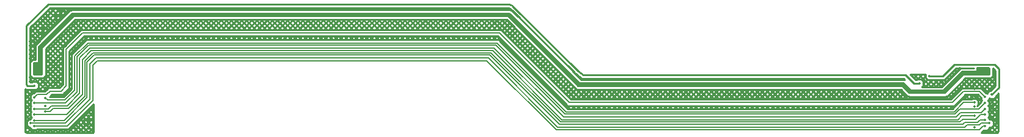
<source format=gbl>
%FSTAX23Y23*%
%MOIN*%
%SFA1B1*%

%IPPOS*%
%ADD12C,0.005900*%
%ADD15C,0.011800*%
%ADD16C,0.009800*%
%ADD18C,0.006700*%
%ADD22C,0.013800*%
%LNleft_flex-1*%
%LPD*%
G36*
X02177Y01413D02*
X03944D01*
X03984Y01374*
X04155*
X04257Y01476*
X04336*
X04338Y01478*
Y01492*
X04342Y01496*
X04409*
X04413Y01492*
Y01456*
X04409Y01452*
X04271*
X04169Y0135*
X03972*
X03933Y01389*
X02165*
X01783Y01771*
X-00582*
X-00752Y01602*
Y01456*
X-00755Y01452*
X-00803*
X-00807Y01456*
Y01519*
X-00803Y01523*
X-00783*
X-00779Y01527*
Y0161*
X-00594Y01795*
X01795*
X02177Y01413*
G37*
G54D12*
X04267Y01303D02*
X04326D01*
X04216Y01252D02*
X04267Y01303D01*
X02102Y01252D02*
X04216D01*
X04208Y01303D02*
X04269Y01364D01*
X01736Y01685D02*
X02118Y01303D01*
X04208*
X01724Y01629D02*
X02102Y01252D01*
X02094Y0124D02*
X0422D01*
X04246Y01266*
X01716Y01618D02*
X02094Y0124D01*
X02086Y01224D02*
X04228D01*
X01708Y01602D02*
X02086Y01224D01*
X04228D02*
X04252Y01248D01*
X04236Y01208D02*
X04258Y01231D01*
X017Y01586D02*
X02078Y01208D01*
X04236*
X04247Y01196D02*
X04263Y01212D01*
X0207Y01196D02*
X04247D01*
X01692Y01574D02*
X0207Y01196D01*
X02063Y01185D02*
X04263D01*
X04274Y01195*
X01685Y01563D02*
X02063Y01185D01*
X01677Y01547D02*
X02055Y01169D01*
X04275D02*
X04287Y01181D01*
X02055Y01169D02*
X04275D01*
X-00507Y01629D02*
X01724D01*
X-00503Y01618D02*
X01716D01*
X-00496Y01602D02*
X01708D01*
X-00488Y01586D02*
X017D01*
X-0048Y01574D02*
X01692D01*
X-00472Y01563D02*
X01685D01*
X-00464Y01547D02*
X01677D01*
X02047Y01153D02*
X04354D01*
X04374Y01173*
X01669Y01531D02*
X02047Y01153D01*
X-00456Y01531D02*
X01669D01*
X-00626Y01594D02*
X-00535Y01685D01*
X01736*
X-00626Y01393D02*
Y01594D01*
X-00653Y01365D02*
X-00626Y01393D01*
X-00712Y01365D02*
X-00653D01*
X-00578Y0137D02*
Y01559D01*
X-00507Y01629*
X-00631Y01317D02*
X-00578Y0137D01*
X-00566Y01555D02*
X-00503Y01618D01*
X-00551Y01547D02*
X-00496Y01602D01*
X-00535Y01539D02*
X-00488Y01586D01*
X-00523Y01531D02*
X-0048Y01574D01*
X-00511Y01523D02*
X-00472Y01563D01*
X-00496Y01515D02*
X-00464Y01547D01*
X-0048Y01507D02*
X-00456Y01531D01*
X-00566Y01362D02*
Y01555D01*
X-00551Y01354D02*
Y01547D01*
X-00535Y01346D02*
Y01539D01*
X-00523Y01338D02*
Y01531D01*
X-00511Y0133D02*
Y01523D01*
X-00496Y01322D02*
Y01515D01*
X-0048Y01315D02*
Y01507D01*
X-00628Y013D02*
X-00566Y01362D01*
X-0062Y01285D02*
X-00551Y01354D01*
X-00611Y0127D02*
X-00535Y01346D01*
X-00624Y01238D02*
X-00523Y01338D01*
X-00725Y01317D02*
X-00631D01*
X-00798Y013D02*
X-00628D01*
X-00707Y01285D02*
X-0062D01*
X-00695Y0127D02*
X-00611D01*
X-00798Y01238D02*
X-00624D01*
X-00798Y01205D02*
X-00636D01*
X-00511Y0133*
X-00628Y0119D02*
X-00496Y01322D01*
X-00818Y0119D02*
X-00628D01*
X-00799Y01175D02*
X-0062D01*
X-0048Y01315*
X04374Y01173D02*
X04385D01*
X-00798Y01332D02*
X-00784Y01346D01*
X04246Y01266D02*
X0435D01*
X04252Y01248D02*
X04364D01*
X04354Y01364D02*
X04385Y01333D01*
X04269Y01364D02*
X04354D01*
X04354Y01181D02*
X04363Y0119D01*
X04287Y01181D02*
X04354D01*
X04345Y01195D02*
X04356Y01206D01*
X04274Y01195D02*
X04345D01*
X04363Y0119D02*
X04409D01*
X04356Y01206D02*
X04385D01*
X04334Y01212D02*
X0436Y01238D01*
X04263Y01212D02*
X04334D01*
X0436Y01238D02*
X04385D01*
X04258Y01231D02*
X04326D01*
X04364Y01248D02*
X04385Y01269D01*
X0435Y01266D02*
X04385Y01301D01*
X-00732Y01346D02*
X-00712Y01365D01*
X-00784Y01346D02*
X-00732D01*
X-00738Y01329D02*
X-00725Y01317D01*
X-00723Y01269D02*
X-00707Y01285D01*
X-00712Y01253D02*
X-00695Y0127D01*
X-00798Y01269D02*
X-00723D01*
X-00739Y01253D02*
X-00712D01*
G54D15*
X04405Y01141D02*
X04418D01*
X04405Y01141D02*
X04405D01*
X04418Y01141D02*
X04418Y0114D01*
X04405Y01141D02*
X04405Y01141D01*
X04418Y0114D02*
X04427D01*
X04403Y01139D02*
X04405Y01141D01*
X04376Y01139D02*
X04403D01*
X04427Y0114D02*
X04428Y01141D01*
X04429*
G54D16*
X02181Y01438D02*
D01*
X02182Y01437*
X02183Y01436*
X02184Y01436*
X02185Y01435*
X02187Y01434*
X02188Y01434*
X02189Y01434*
X02191Y01434*
X02192Y01433*
X02193Y01433*
X04428Y0149D02*
X0444Y01478D01*
X04428Y0148D02*
X04433Y01485D01*
X04428Y01469D02*
X0444Y01457D01*
X04428Y01456D02*
Y0149D01*
X04229Y01492D02*
X04323D01*
X04427Y01451D02*
X0444Y01464D01*
X04427Y0145D02*
X04428Y01456D01*
X04424Y01445D02*
X04427Y0145D01*
X0442Y01442D02*
X04424Y01445D01*
X04415Y01438D02*
X0442Y01442D01*
X04278Y01437D02*
X04409D01*
X04415Y01438*
X04257Y01491D02*
X04323D01*
X04252Y0149D02*
X04257Y01491D01*
X04247Y01487D02*
X04252Y0149D01*
X04238Y01492D02*
X04245Y01485D01*
X04219Y01483D02*
X04231Y01471D01*
X04175Y01438D02*
X04229Y01492D01*
X04205Y01469D02*
X04217Y01457D01*
X04191Y01455D02*
X04203Y01443D01*
X0406Y01437D02*
Y01456D01*
X04052D02*
X0406Y01447D01*
X03996Y01438D02*
X04014Y01456D01*
X0444Y01395D02*
Y01478D01*
X04424Y01446D02*
X0444Y01429D01*
X04358Y01381D02*
X04414Y01438D01*
X04293Y01437D02*
X04349Y01381D01*
X04274D02*
X0433Y01437D01*
X04302Y01381D02*
X04358Y01437D01*
X04404D02*
X0444Y01402D01*
X04376Y01437D02*
X04429Y01384D01*
X04374Y0137D02*
X0444Y01436D01*
X04349Y01437D02*
X04415Y0137D01*
X0433Y01381D02*
X04385Y01437D01*
X04321D02*
X044Y01358D01*
X04142Y01389D02*
X04246Y01492D01*
X04042Y01427D02*
X0406Y01446D01*
X04149Y01389D02*
X04247Y01487D01*
X04017Y01431D02*
X04042Y01456D01*
X03996D02*
X04021Y01431D01*
X04024Y01456D02*
X04091Y01389D01*
X04178Y01441D02*
X04189Y01429D01*
X04165Y01429D02*
X04175Y01438D01*
X0418Y01339D02*
X04278Y01437D01*
X04165Y01429D02*
X04175Y01438D01*
X0406Y01437D02*
X04071Y01427D01*
X03979Y01456D02*
X0406D01*
X03983Y01452D02*
X03986Y01456D01*
X03979D02*
X04006Y01429D01*
X03573Y01433D02*
X03578Y01428D01*
X03569D02*
X03574Y01433D01*
X03597Y01428D02*
X03602Y01433D01*
X03653Y01428D02*
X03658Y01433D01*
X03628D02*
X03634Y01428D01*
X03656Y01433D02*
X03662Y01428D01*
X02193Y01433D02*
X03941D01*
X03601D02*
X03606Y01428D01*
X03625D02*
X0363Y01433D01*
X03461D02*
X03467Y01428D01*
X03458D02*
X03463Y01433D01*
X03486Y01428D02*
X03491Y01433D01*
X0343Y01428D02*
X03435Y01433D01*
X03406D02*
X03411Y01428D01*
X03434Y01433D02*
X03439Y01428D01*
X03541D02*
X03547Y01433D01*
X03517D02*
X03522Y01428D01*
X03545Y01433D02*
X0355Y01428D01*
X03489Y01433D02*
X03495Y01428D01*
X03513D02*
X03519Y01433D01*
X03848Y01428D02*
X03853Y01433D01*
X03823D02*
X03829Y01428D01*
X03851Y01433D02*
X03856Y01428D01*
X03796Y01433D02*
X03801Y01428D01*
X03792D02*
X03797Y01433D01*
X0382Y01428D02*
X03825Y01433D01*
X03935D02*
X0394Y01428D01*
X03931D02*
X03936Y01433D01*
X03941D02*
X03947Y01428D01*
X03879Y01433D02*
X03884Y01428D01*
X03875D02*
X03881Y01433D01*
X03903Y01428D02*
X03909Y01433D01*
X03684D02*
X03689Y01428D01*
X03681D02*
X03686Y01433D01*
X03708Y01428D02*
X03714Y01433D01*
X03378D02*
X03383Y01428D01*
X03291D02*
X03296Y01433D01*
X03402Y01428D02*
X03407Y01433D01*
X03764Y01428D02*
X03769Y01433D01*
X0374D02*
X03745Y01428D01*
X03768Y01433D02*
X03773Y01428D01*
X03712Y01433D02*
X03717Y01428D01*
X03736D02*
X03741Y01433D01*
X04271Y01431D02*
X04321Y01381D01*
X0426D02*
X04278D01*
X04413Y01368D02*
X0444Y01395D01*
X04257Y01417D02*
X04293Y01381D01*
X04243Y01403D02*
X04265Y01381D01*
X04251Y01373D02*
X0426Y01381D01*
X04363D02*
X04372Y01373D01*
X04346Y01381D02*
X04363D01*
X04372Y01373*
X04278Y01381D02*
X04346D01*
X0426D02*
X04278D01*
X04346D02*
X04363D01*
X04145Y01429D02*
X04165D01*
X04134D02*
X04162Y01402D01*
X04114Y01389D02*
X04154Y01429D01*
X04095D02*
X04145D01*
X04087Y01389D02*
X04126Y01429D01*
X04107D02*
X04146Y01389D01*
X04251Y01373D02*
X0426Y01381D01*
X04162Y01429D02*
X04175Y01415D01*
X0423Y01389D02*
X04249Y0137D01*
X04145Y01429D02*
X04165D01*
X04081Y01427D02*
X04119Y01389D01*
X04399Y01357D02*
X0441Y01368D01*
X04396Y01355D02*
X04399Y01352D01*
Y01357*
X04388Y01357D02*
X0444Y01408D01*
X04372Y01373D02*
X0439Y01355D01*
X04396*
X04443Y01338D02*
X04458Y01354D01*
X04445Y01341D02*
X04458Y01327D01*
X04432Y01324D02*
X04443Y01335D01*
X0441Y01324D02*
X04432D01*
X04407Y01327D02*
X0441Y01324D01*
X04407Y01322D02*
Y01327D01*
X04346Y01346D02*
X04363Y01328D01*
X04278Y01346D02*
X04346D01*
X04301D02*
X04322Y01325D01*
X04216Y01375D02*
X04235Y01356D01*
X04202Y01361D02*
X04221Y01342D01*
X04188Y01347D02*
X04207Y01328D01*
X04329Y01325D02*
X04348Y01344D01*
X04315Y01325D02*
X04337D01*
X04363Y01322D02*
Y01328D01*
X04175Y01336D02*
X0418Y01339D01*
X04169Y01335D02*
X04175Y01336D01*
X0335Y01433D02*
X03355Y01428D01*
X03346D02*
X03352Y01433D01*
X03374Y01428D02*
X0338Y01433D01*
X03319Y01428D02*
X03324Y01433D01*
X03294D02*
X033Y01428D01*
X03322Y01433D02*
X03328Y01428D01*
X04071Y01427D02*
X04093D01*
X04016Y01431D02*
X04038D01*
X04049Y0142*
X04006Y01429D02*
X04014D01*
X02183Y01428D02*
X03944D01*
X03907Y01433D02*
X03912Y01428D01*
X03183Y01433D02*
X03188Y01428D01*
X03179D02*
X03185Y01433D01*
X03207Y01428D02*
X03213Y01433D01*
X03152Y01428D02*
X03157Y01433D01*
X03127D02*
X03133Y01428D01*
X03155Y01433D02*
X03161Y01428D01*
X03263D02*
X03268Y01433D01*
X03239D02*
X03244Y01428D01*
X03267Y01433D02*
X03272Y01428D01*
X03211Y01433D02*
X03216Y01428D01*
X03235D02*
X0324Y01433D01*
X04049Y01403D02*
X04063Y01389D01*
X04049Y01398D02*
Y0142D01*
X04059Y01389D02*
X04098Y01429D01*
X04049Y01407D02*
X0407Y01428D01*
X0404Y01389D02*
X04049Y01398D01*
X0404Y01389D02*
X04149D01*
X03966Y01336D02*
X03972Y01335D01*
X03961Y01339D02*
X03964Y01337D01*
X03972Y01335D02*
X04169D01*
X03926Y01374D02*
X03961Y01339D01*
X02165Y01374D02*
X03926D01*
X03242D02*
X03296Y01321D01*
X03155D02*
X03209Y01374D01*
X03131D02*
X03185Y01321D01*
X03159Y01374D02*
X03212Y01321D01*
X03103Y01374D02*
X03157Y01321D01*
X031D02*
X03153Y01374D01*
X03128Y01321D02*
X03181Y01374D01*
X03215D02*
X03268Y01321D01*
X03211D02*
X03265Y01374D01*
X03239Y01321D02*
X03292Y01374D01*
X03183Y01321D02*
X03237Y01374D01*
X03187D02*
X0324Y01321D01*
X01875Y01572D02*
X01918Y01615D01*
X01861Y01586D02*
X01904Y01628D01*
X01889Y01558D02*
X01932Y01601D01*
X01834Y01614D02*
X01876Y01656D01*
X0182Y01627D02*
X01863Y0167D01*
X01848Y016D02*
X0189Y01642D01*
X01917Y0153D02*
X0196Y01573D01*
X01903Y01544D02*
X01946Y01587D01*
X01931Y01516D02*
X01974Y01559D01*
X01856Y01524D02*
X01863Y01531D01*
X01842Y01538D02*
X01849Y01545D01*
X0187Y0151D02*
X01876Y01517D01*
X01801Y01809D02*
X01806Y01806D01*
X01795Y0181D02*
X01801Y01809D01*
X01792Y01655D02*
X01835Y01698D01*
X01788Y01822D02*
X01795Y01817D01*
X0178Y0181D02*
X0179Y01821D01*
X01778Y01669D02*
X01821Y01712D01*
X01806Y01641D02*
X01849Y01684D01*
X01814Y01566D02*
X01821Y01573D01*
X01828Y01552D02*
X01835Y01559D01*
X01786Y01594D02*
X01793Y01601D01*
X018Y0158D02*
X01807Y01587D01*
X02154Y0146D02*
X02173Y01444D01*
X02148Y01465D02*
X02154Y0146D01*
X02158Y01457D02*
X02186Y01428D01*
X01806Y01806D02*
X02183Y01428D01*
X01795Y01817D02*
X02146Y01466D01*
X02029Y01419D02*
X02071Y01461D01*
X02173Y01443D02*
X02183Y01433D01*
X0218Y01431D02*
X02183Y01434D01*
X02173Y01444D02*
X02181Y01438D01*
X02166Y01445D02*
X02169Y01448D01*
X02042Y01405D02*
X02085Y01447D01*
X01973Y01474D02*
X02016Y01517D01*
X01959Y01488D02*
X02002Y01531D01*
X01987Y0146D02*
X0203Y01503D01*
X01945Y01502D02*
X01988Y01545D01*
X01884Y01497D02*
X0189Y01503D01*
X01898Y01483D02*
X01904Y01489D01*
X02001Y01446D02*
X02043Y01489D01*
X01939Y01441D02*
X01946Y01448D01*
X02015Y01433D02*
X02057Y01475D01*
X01912Y01469D02*
X01918Y01475D01*
X01925Y01455D02*
X01932Y01461D01*
X01752Y0181D02*
X01764Y01822D01*
X01736D02*
X01749Y0181D01*
X01764Y01822D02*
X01776Y0181D01*
X01709Y01822D02*
X01721Y0181D01*
X01696D02*
X01708Y01822D01*
X01724Y0181D02*
X01736Y01822D01*
X01727Y01702D02*
X01745D01*
X01727D02*
X01745D01*
X01728D02*
X01779Y01754D01*
X01663Y01756D02*
X01717Y01702D01*
X01644D02*
X01698Y01756D01*
X01672Y01702D02*
X01726Y01756D01*
X01653Y01822D02*
X01665Y0181D01*
X0164D02*
X01653Y01822D01*
X01668Y0181D02*
X0168Y01822D01*
X01613Y0181D02*
X01625Y01822D01*
X01597D02*
X01609Y0181D01*
X01625Y01822D02*
X01637Y0181D01*
X01681Y01822D02*
X01693Y0181D01*
X01616Y01702D02*
X0167Y01756D01*
X01636D02*
X01689Y01702D01*
X01589D02*
X01642Y01756D01*
X01608D02*
X01661Y01702D01*
X01764Y01683D02*
X01807Y01726D01*
X0175Y01697D02*
X01793Y0174D01*
X01777Y01756D02*
X02154Y01379D01*
X01745Y01702D02*
X01754Y01694D01*
X017Y01702D02*
X01753Y01756D01*
X01745Y01702D02*
X01754Y01694D01*
X01758Y01622D02*
X01765Y01628D01*
X01745Y01636D02*
X01751Y01642D01*
X01772Y01608D02*
X01779Y01615D01*
X01733Y01647D02*
X01742Y01638D01*
X01728Y01647D02*
X01737Y01656D01*
X01733Y01647D02*
X01742Y01638D01*
X01645Y01647D02*
X01664Y01667D01*
X01641D02*
X01661Y01647D01*
X01669Y01667D02*
X01689Y01647D01*
X01614Y01667D02*
X01633Y01647D01*
X01589D02*
X01608Y01667D01*
X01617Y01647D02*
X01636Y01667D01*
X01715Y01647D02*
X01733D01*
X017D02*
X0172Y01667D01*
X01715Y01647D02*
X01733D01*
X01673D02*
X01692Y01667D01*
X01697D02*
X01716Y01647D01*
X02818Y01428D02*
X02823Y01433D01*
X02793D02*
X02799Y01428D01*
X02821Y01433D02*
X02826Y01428D01*
X02765Y01433D02*
X02771Y01428D01*
X02762D02*
X02767Y01433D01*
X0279Y01428D02*
X02795Y01433D01*
X02901Y01428D02*
X02906Y01433D01*
X02877D02*
X02882Y01428D01*
X0296Y01433D02*
X02966Y01428D01*
X02849Y01433D02*
X02854Y01428D01*
X02845D02*
X02851Y01433D01*
X02873Y01428D02*
X02878Y01433D01*
X02654D02*
X02659Y01428D01*
X0265D02*
X02656Y01433D01*
X02678Y01428D02*
X02684Y01433D01*
X02623Y01428D02*
X02628Y01433D01*
X02598D02*
X02604Y01428D01*
X02626Y01433D02*
X02632Y01428D01*
X02734D02*
X02739Y01433D01*
X0271D02*
X02715Y01428D01*
X02738Y01433D02*
X02743Y01428D01*
X02682Y01433D02*
X02687Y01428D01*
X02706D02*
X02711Y01433D01*
X031D02*
X03105Y01428D01*
X03096D02*
X03101Y01433D01*
X03124Y01428D02*
X03129Y01433D01*
X03068Y01428D02*
X03073Y01433D01*
X03044D02*
X03049Y01428D01*
X03072Y01433D02*
X03077Y01428D01*
X03072Y01321D02*
X03125Y01374D01*
X03048D02*
X03101Y01321D01*
X03075Y01374D02*
X03129Y01321D01*
X0302Y01374D02*
X03073Y01321D01*
X03016D02*
X0307Y01374D01*
X03044Y01321D02*
X03098Y01374D01*
X02985Y01428D02*
X0299Y01433D01*
X02957Y01428D02*
X02962Y01433D01*
X02988D02*
X02993Y01428D01*
X02929D02*
X02934Y01433D01*
X02905D02*
X0291Y01428D01*
X02933Y01433D02*
X02938Y01428D01*
X03016Y01433D02*
X03021Y01428D01*
X03012D02*
X03018Y01433D01*
X0304Y01428D02*
X03046Y01433D01*
X02825Y01374D02*
X02878Y01321D01*
X02992Y01374D02*
X03045Y01321D01*
X02487Y01433D02*
X02492Y01428D01*
X02483D02*
X02489Y01433D01*
X02511Y01428D02*
X02517Y01433D01*
X02456Y01428D02*
X02461Y01433D01*
X02431D02*
X02437Y01428D01*
X02459Y01433D02*
X02465Y01428D01*
X02571Y01433D02*
X02576Y01428D01*
X02567D02*
X02572Y01433D01*
X02595Y01428D02*
X026Y01433D01*
X02539Y01428D02*
X02544Y01433D01*
X02515D02*
X0252Y01428D01*
X02543Y01433D02*
X02548Y01428D01*
X02237Y01433D02*
X02242Y01428D01*
X02233D02*
X02238Y01433D01*
X02261Y01428D02*
X02266Y01433D01*
X02205Y01428D02*
X0221Y01433D01*
X02183D02*
X02193D01*
X02209D02*
X02214Y01428D01*
X02404Y01433D02*
X02409Y01428D01*
X024D02*
X02405Y01433D01*
X02428Y01428D02*
X02433Y01433D01*
X02264D02*
X0227Y01428D01*
X02376Y01433D02*
X02381Y01428D01*
X02344D02*
X0235Y01433D01*
X0232D02*
X02325Y01428D01*
X02348Y01433D02*
X02353Y01428D01*
X02292Y01433D02*
X02298Y01428D01*
X02289D02*
X02294Y01433D01*
X02316Y01428D02*
X02322Y01433D01*
X02372Y01428D02*
X02377Y01433D01*
X02154Y01379D02*
X02159Y01375D01*
X02165Y01374*
X02112Y01335D02*
X02155Y01378D01*
X02098Y01349D02*
X02141Y01392D01*
X02126Y01321D02*
X02179Y01374D01*
X0207Y01377D02*
X02113Y0142D01*
X02056Y01391D02*
X02099Y01434D01*
X02084Y01363D02*
X02127Y01406D01*
X01967Y01413D02*
X01974Y0142D01*
X01953Y01427D02*
X0196Y01434D01*
X01981Y01399D02*
X01988Y01406D01*
X02037Y01343D02*
X02043Y0135D01*
X02023Y01357D02*
X0203Y01364D01*
X02051Y0133D02*
X02057Y01336D01*
X01995Y01385D02*
X02002Y01392D01*
X02009Y01371D02*
X02016Y01378D01*
X04297Y01321D02*
X04322Y01346D01*
X04311Y01321D02*
X04315Y01325D01*
X04347Y01315D02*
X04362Y0133D01*
X04185Y01321D02*
X04302Y01437D01*
X04269Y01321D02*
X04294Y01346D01*
X04276Y01343D02*
X04298Y01321D01*
X04402Y01317D02*
X04407Y01322D01*
X04363D02*
X04369Y01317D01*
X04403Y01316D02*
X04412Y01324D01*
X04276Y01321D02*
X04311D01*
X04258D02*
X04276D01*
X04337Y01325D02*
X04348Y01314D01*
X04172Y01335D02*
X04187Y01321D01*
X04158D02*
X04172Y01335D01*
X04199Y01321D02*
X04251Y01373D01*
X04089Y01335D02*
X04103Y01321D01*
X04074D02*
X04088Y01335D01*
X04102Y01321D02*
X04116Y01335D01*
X04258Y01321D02*
X04276D01*
X04145Y01335D02*
X04159Y01321D01*
X04262Y01329D02*
X0427Y01321D01*
X04117Y01335D02*
X04131Y01321D01*
X0413D02*
X04144Y01335D01*
X04407Y01292D02*
X04458Y01343D01*
X04433Y01325D02*
X04458Y013D01*
X04458Y01143D02*
X04458Y01354D01*
X04402Y01317D02*
X04407Y01312D01*
X04329Y01346D02*
X04364Y01311D01*
X04407Y01323D02*
X04458Y01272D01*
X04407Y01264D02*
X04458Y01315D01*
X04407Y0129D02*
Y01312D01*
Y01295D02*
X04458Y01244D01*
X04364Y01312D02*
X04369Y01317D01*
X04364Y01306D02*
Y01312D01*
X04341Y01284D02*
X04364Y01306D01*
X04249Y01312D02*
X04258Y01321D01*
X04249Y01312D02*
X04258Y01321D01*
X04348Y01292D02*
Y01314D01*
X04226Y01294D02*
X04278Y01346D01*
X04248Y01315D02*
X0425Y01313D01*
X04207Y01269D02*
X04249Y01312D01*
X04348Y01298D02*
X04352Y01294D01*
X04234Y01301D02*
X04236Y01299D01*
X0434Y01284D02*
X04348Y01292D01*
X04217Y01285D02*
X04226Y01294D01*
X04217Y01285D02*
X04226Y01294D01*
X03632Y01374D02*
X03686Y01321D01*
X03629D02*
X03682Y01374D01*
X03656Y01321D02*
X0371Y01374D01*
X03601Y01321D02*
X03654Y01374D01*
X03576D02*
X0363Y01321D01*
X03604Y01374D02*
X03658Y01321D01*
X03712D02*
X03766Y01374D01*
X03688D02*
X03741Y01321D01*
X03716Y01374D02*
X03769Y01321D01*
X02127D02*
X04199D01*
X0366Y01374D02*
X03714Y01321D01*
X03684D02*
X03738Y01374D01*
X03489Y01321D02*
X03543Y01374D01*
X03465D02*
X03519Y01321D01*
X03493Y01374D02*
X03546Y01321D01*
X03437Y01374D02*
X03491Y01321D01*
X03434D02*
X03487Y01374D01*
X03462Y01321D02*
X03515Y01374D01*
X03549D02*
X03602Y01321D01*
X03545D02*
X03599Y01374D01*
X03573Y01321D02*
X03626Y01374D01*
X03517Y01321D02*
X03571Y01374D01*
X03521D02*
X03574Y01321D01*
X03963D02*
X03977Y01335D01*
X03935Y01321D02*
X03957Y01343D01*
X03978Y01335D02*
X03992Y01321D01*
X03907D02*
X03943Y01357D01*
X03883Y01374D02*
X03936Y01321D01*
X03911Y01374D02*
X03964Y01321D01*
X04046D02*
X0406Y01335D01*
X04033D02*
X04048Y01321D01*
X04061Y01335D02*
X04075Y01321D01*
X04006Y01335D02*
X0402Y01321D01*
X03991D02*
X04005Y01335D01*
X04018Y01321D02*
X04033Y01335D01*
X03796Y01321D02*
X03849Y01374D01*
X03771D02*
X03825Y01321D01*
X03799Y01374D02*
X03853Y01321D01*
X03744Y01374D02*
X03797Y01321D01*
X0374D02*
X03794Y01374D01*
X03768Y01321D02*
X03821Y01374D01*
X03855D02*
X03908Y01321D01*
X03851D02*
X03905Y01374D01*
X03879Y01321D02*
X0393Y01371D01*
X03823Y01321D02*
X03877Y01374D01*
X03827D02*
X03881Y01321D01*
X04407Y01236D02*
X04458Y01287D01*
X04407Y01258D02*
Y0128D01*
Y01267D02*
X04458Y01216D01*
X04402Y01285D02*
X04407Y0129D01*
X0422Y01288D02*
X04223Y01285D01*
X04402Y01285D02*
X04407Y0128D01*
X04402Y01222D02*
X04407Y01217D01*
Y01227D02*
Y01249D01*
Y01211D02*
Y01217D01*
X04402Y01253D02*
X04407Y01249D01*
X04402Y01253D02*
X04407Y01258D01*
X04402Y01222D02*
X04407Y01227D01*
X04139Y01285D02*
X04154Y01269D01*
X04134D02*
X0415Y01285D01*
X04162Y01269D02*
X04177Y01285D01*
X04106Y01269D02*
X04122Y01285D01*
X04083D02*
X04099Y01269D01*
X04111Y01285D02*
X04127Y01269D01*
X04199Y01285D02*
X04217D01*
X04199D02*
X04217D01*
X04195D02*
X04209Y01271D01*
X04167Y01285D02*
X04182Y01269D01*
X0419D02*
X04205Y01285D01*
X04429Y01202D02*
X04458Y01232D01*
X0442Y01211D02*
X04431Y012D01*
Y01179D02*
Y012D01*
X0441Y01211D02*
X04458Y01259D01*
X04407Y01239D02*
X04458Y01188D01*
X04392Y01138D02*
X04458Y01204D01*
X04431Y01188D02*
X04458Y0116D01*
X04422Y01169D02*
X04453Y01138D01*
X04448D02*
X04458Y01148D01*
X04365Y01138D02*
X04453D01*
X0442Y01168D02*
X04431Y01179D01*
X0442Y01138D02*
X04458Y01176D01*
X04407Y01168D02*
X0442D01*
X04407Y01211D02*
X0442D01*
X04407Y01162D02*
Y01168D01*
X04396Y01151D02*
X04407Y01162D01*
X04372Y01144D02*
X04379Y01151D01*
X04404Y01159D02*
X04425Y01138D01*
X04379Y01151D02*
X04396D01*
X04367Y0114D02*
X0437Y01138D01*
X04384Y01151D02*
X04398Y01138D01*
X04365D02*
X04372Y01144D01*
X04365Y01138D02*
X04372Y01144D01*
X03689Y01269D02*
X03704Y01285D01*
X03666D02*
X03681Y01269D01*
X03694Y01285D02*
X03709Y01269D01*
X03638Y01285D02*
X03653Y01269D01*
X03633D02*
X03649Y01285D01*
X03661Y01269D02*
X03676Y01285D01*
X03744Y01269D02*
X0376Y01285D01*
X03721D02*
X03737Y01269D01*
X03749Y01285D02*
X03765Y01269D01*
X02111D02*
X04207D01*
X02127Y01285D02*
X04199D01*
X03717Y01269D02*
X03732Y01285D01*
X03527D02*
X03542Y01269D01*
X03522D02*
X03537Y01285D01*
X0355Y01269D02*
X03565Y01285D01*
X03494Y01269D02*
X03509Y01285D01*
X03471D02*
X03486Y01269D01*
X03499Y01285D02*
X03514Y01269D01*
X03605D02*
X03621Y01285D01*
X03582D02*
X03598Y01269D01*
X0361Y01285D02*
X03626Y01269D01*
X03554Y01285D02*
X0357Y01269D01*
X03577D02*
X03593Y01285D01*
X03972D02*
X03987Y01269D01*
X03967D02*
X03983Y01285D01*
X03995Y01269D02*
X0401Y01285D01*
X03939Y01269D02*
X03955Y01285D01*
X03916D02*
X03932Y01269D01*
X03944Y01285D02*
X0396Y01269D01*
X04055Y01285D02*
X04071Y01269D01*
X04051D02*
X04066Y01285D01*
X04079Y01269D02*
X04094Y01285D01*
X04023Y01269D02*
X04038Y01285D01*
X04D02*
X04015Y01269D01*
X04028Y01285D02*
X04043Y01269D01*
X03828D02*
X03843Y01285D01*
X03805D02*
X0382Y01269D01*
X03833Y01285D02*
X03848Y01269D01*
X03777Y01285D02*
X03793Y01269D01*
X03772D02*
X03788Y01285D01*
X038Y01269D02*
X03816Y01285D01*
X03888D02*
X03904Y01269D01*
X03884D02*
X03899Y01285D01*
X03912Y01269D02*
X03927Y01285D01*
X03856Y01269D02*
X03871Y01285D01*
X03861D02*
X03876Y01269D01*
X02797Y01374D02*
X02851Y01321D01*
X02793D02*
X02847Y01374D01*
X02821Y01321D02*
X02875Y01374D01*
X02766Y01321D02*
X02819Y01374D01*
X02741D02*
X02795Y01321D01*
X02769Y01374D02*
X02823Y01321D01*
X03406D02*
X03459Y01374D01*
X03382D02*
X03435Y01321D01*
X03409Y01374D02*
X03463Y01321D01*
X03354Y01374D02*
X03407Y01321D01*
X0335D02*
X03404Y01374D01*
X03378Y01321D02*
X03432Y01374D01*
X02654Y01321D02*
X02708Y01374D01*
X0263D02*
X02683Y01321D01*
X02658Y01374D02*
X02711Y01321D01*
X02602Y01374D02*
X02656Y01321D01*
X02599D02*
X02652Y01374D01*
X02626Y01321D02*
X0268Y01374D01*
X02713D02*
X02767Y01321D01*
X0271D02*
X02763Y01374D01*
X02738Y01321D02*
X02791Y01374D01*
X02682Y01321D02*
X02736Y01374D01*
X02686D02*
X02739Y01321D01*
X02964Y01374D02*
X03018Y01321D01*
X0296D02*
X03014Y01374D01*
X02988Y01321D02*
X03042Y01374D01*
X02933Y01321D02*
X02986Y01374D01*
X02908D02*
X02962Y01321D01*
X02936Y01374D02*
X0299Y01321D01*
X03322D02*
X03376Y01374D01*
X03298D02*
X03352Y01321D01*
X03326Y01374D02*
X03379Y01321D01*
X0327Y01374D02*
X03324Y01321D01*
X03267D02*
X0332Y01374D01*
X03295Y01321D02*
X03348Y01374D01*
X0288D02*
X02934Y01321D01*
X02877D02*
X02931Y01374D01*
X02905Y01321D02*
X02958Y01374D01*
X02853D02*
X02906Y01321D01*
X02849D02*
X02903Y01374D01*
X02603Y01269D02*
X02619Y01285D01*
X02659Y01269D02*
X02674Y01285D01*
X02636D02*
X02651Y01269D01*
X02664Y01285D02*
X02679Y01269D01*
X02608Y01285D02*
X02623Y01269D01*
X02631D02*
X02646Y01285D01*
X02487Y01321D02*
X02541Y01374D01*
X02292Y01321D02*
X02346Y01374D01*
X02491D02*
X02544Y01321D01*
X02265D02*
X02318Y01374D01*
X0224D02*
X02294Y01321D01*
X02268Y01374D02*
X02322Y01321D01*
X02571D02*
X02624Y01374D01*
X02546D02*
X026Y01321D01*
X02574Y01374D02*
X02628Y01321D01*
X02519Y01374D02*
X02572Y01321D01*
X02515D02*
X02569Y01374D01*
X02543Y01321D02*
X02596Y01374D01*
X01775Y01756D02*
X0221Y01321D01*
X01754Y01694D02*
X02127Y01321D01*
X02153D02*
X02207Y01374D01*
X01719Y01756D02*
X02155Y01321D01*
X01691Y01756D02*
X02127Y01321D01*
X01747Y01756D02*
X02182Y01321D01*
X02212Y01374D02*
X02266Y01321D01*
X02209D02*
X02262Y01374D01*
X02237Y01321D02*
X0229Y01374D01*
X02181Y01321D02*
X02235Y01374D01*
X02185D02*
X02238Y01321D01*
X02404D02*
X02457Y01374D01*
X02379D02*
X02433Y01321D01*
X02407Y01374D02*
X02461Y01321D01*
X02352Y01374D02*
X02405Y01321D01*
X02348D02*
X02402Y01374D01*
X02376Y01321D02*
X02429Y01374D01*
X02524Y01285D02*
X0254Y01269D01*
X02463Y01374D02*
X02516Y01321D01*
X0258Y01285D02*
X02595Y01269D01*
X02435Y01374D02*
X02489Y01321D01*
X02432D02*
X02485Y01374D01*
X02459Y01321D02*
X02513Y01374D01*
X0232Y01321D02*
X02374Y01374D01*
X02296D02*
X02349Y01321D01*
X02324Y01374D02*
X02377Y01321D01*
X01725Y01667D02*
X02122Y01269D01*
X01727Y01667D02*
X021Y01294D01*
X01742Y01638D02*
X02111Y01269D01*
X021Y01294D02*
X02109Y01285D01*
X02092Y01288D02*
X02099Y01294D01*
X021Y01294D02*
X02109Y01285D01*
X02065Y01316D02*
X02071Y01322D01*
X02079Y01302D02*
X02085Y01308D01*
X03049Y01269D02*
X03064Y01285D01*
X03025D02*
X03041Y01269D01*
X03053Y01285D02*
X03069Y01269D01*
X02998Y01285D02*
X03013Y01269D01*
X02993D02*
X03008Y01285D01*
X03021Y01269D02*
X03036Y01285D01*
X03132Y01269D02*
X03147Y01285D01*
X03109D02*
X03124Y01269D01*
X03137Y01285D02*
X03152Y01269D01*
X03081Y01285D02*
X03097Y01269D01*
X03076D02*
X03092Y01285D01*
X03104Y01269D02*
X0312Y01285D01*
X02886D02*
X02902Y01269D01*
X02881D02*
X02897Y01285D01*
X02909Y01269D02*
X02925Y01285D01*
X02854Y01269D02*
X02869Y01285D01*
X02831D02*
X02846Y01269D01*
X02858Y01285D02*
X02874Y01269D01*
X02965D02*
X0298Y01285D01*
X02942D02*
X02957Y01269D01*
X0297Y01285D02*
X02985Y01269D01*
X02914Y01285D02*
X0293Y01269D01*
X02937D02*
X02953Y01285D01*
X0336D02*
X03375Y01269D01*
X03355D02*
X0337Y01285D01*
X03383Y01269D02*
X03398Y01285D01*
X03327Y01269D02*
X03342Y01285D01*
X03304D02*
X03319Y01269D01*
X03332Y01285D02*
X03347Y01269D01*
X03443Y01285D02*
X03458Y01269D01*
X03438D02*
X03454Y01285D01*
X03466Y01269D02*
X03482Y01285D01*
X0341Y01269D02*
X03426Y01285D01*
X03387D02*
X03403Y01269D01*
X03415Y01285D02*
X03431Y01269D01*
X03216D02*
X03231Y01285D01*
X03192D02*
X03208Y01269D01*
X0322Y01285D02*
X03236Y01269D01*
X03165Y01285D02*
X0318Y01269D01*
X0316D02*
X03175Y01285D01*
X03188Y01269D02*
X03203Y01285D01*
X03276D02*
X03291Y01269D01*
X03271D02*
X03287Y01285D01*
X03299Y01269D02*
X03314Y01285D01*
X03243Y01269D02*
X03259Y01285D01*
X03248D02*
X03264Y01269D01*
X02297D02*
X02312Y01285D01*
X02274D02*
X02289Y01269D01*
X02302Y01285D02*
X02317Y01269D01*
X02246Y01285D02*
X02261Y01269D01*
X02241D02*
X02257Y01285D01*
X02269Y01269D02*
X02284Y01285D01*
X0238Y01269D02*
X02396Y01285D01*
X02357D02*
X02373Y01269D01*
X02385Y01285D02*
X02401Y01269D01*
X02329Y01285D02*
X02345Y01269D01*
X02325D02*
X0234Y01285D01*
X02353Y01269D02*
X02368Y01285D01*
X02135D02*
X0215Y01269D01*
X0213D02*
X02145Y01285D01*
X02158Y01269D02*
X02173Y01285D01*
X02109D02*
X02127D01*
X02109D02*
X02127D01*
X02106Y01274D02*
X02117Y01285D01*
X02213Y01269D02*
X02229Y01285D01*
X0219D02*
X02206Y01269D01*
X02218Y01285D02*
X02234Y01269D01*
X02162Y01285D02*
X02178Y01269D01*
X02186D02*
X02201Y01285D01*
X02719D02*
X02735Y01269D01*
X02714D02*
X0273Y01285D01*
X02742Y01269D02*
X02758Y01285D01*
X02687Y01269D02*
X02702Y01285D01*
X02575Y01269D02*
X02591Y01285D01*
X02691D02*
X02707Y01269D01*
X02803Y01285D02*
X02818Y01269D01*
X02798D02*
X02813Y01285D01*
X02826Y01269D02*
X02841Y01285D01*
X0277Y01269D02*
X02786Y01285D01*
X02747D02*
X02762Y01269D01*
X02775Y01285D02*
X0279Y01269D01*
X02464D02*
X02479Y01285D01*
X02441D02*
X02456Y01269D01*
X02469Y01285D02*
X02484Y01269D01*
X02413Y01285D02*
X02428Y01269D01*
X02408D02*
X02424Y01285D01*
X02436Y01269D02*
X02451Y01285D01*
X02547Y01269D02*
X02563Y01285D01*
X0252Y01269D02*
X02535Y01285D01*
X02552D02*
X02568Y01269D01*
X02492D02*
X02507Y01285D01*
X02497D02*
X02512Y01269D01*
X01167Y0181D02*
X01179Y01822D01*
X01152D02*
X01164Y0181D01*
X0118Y01822D02*
X01192Y0181D01*
X01124Y01822D02*
X01136Y0181D01*
X01111D02*
X01124Y01822D01*
X01139Y0181D02*
X01152Y01822D01*
X01251Y0181D02*
X01263Y01822D01*
X01235D02*
X01247Y0181D01*
X01263Y01822D02*
X01275Y0181D01*
X01207Y01822D02*
X0122Y0181D01*
X01195D02*
X01207Y01822D01*
X01223Y0181D02*
X01235Y01822D01*
X01013D02*
X01025Y0181D01*
X01D02*
X01012Y01822D01*
X01028Y0181D02*
X0104Y01822D01*
X00972Y0181D02*
X00984Y01822D01*
X00957D02*
X00969Y0181D01*
X00985Y01822D02*
X00997Y0181D01*
X01084D02*
X01096Y01822D01*
X01068D02*
X0108Y0181D01*
X01096Y01822D02*
X01108Y0181D01*
X0104Y01822D02*
X01053Y0181D01*
X01056D02*
X01068Y01822D01*
X01486D02*
X01498Y0181D01*
X01473D02*
X01486Y01822D01*
X01501Y0181D02*
X01513Y01822D01*
X01446Y0181D02*
X01458Y01822D01*
X0143D02*
X01442Y0181D01*
X01458Y01822D02*
X0147Y0181D01*
X01569Y01822D02*
X01582Y0181D01*
X01557D02*
X01569Y01822D01*
X01585Y0181D02*
X01597Y01822D01*
X01529Y0181D02*
X01541Y01822D01*
X01514D02*
X01526Y0181D01*
X01542Y01822D02*
X01554Y0181D01*
X01334D02*
X01346Y01822D01*
X01319D02*
X01331Y0181D01*
X01347Y01822D02*
X01359Y0181D01*
X01291Y01822D02*
X01303Y0181D01*
X01279D02*
X01291Y01822D01*
X01306Y0181D02*
X01319Y01822D01*
X01402D02*
X01415Y0181D01*
X0139D02*
X01402Y01822D01*
X01418Y0181D02*
X0143Y01822D01*
X01362Y0181D02*
X01374Y01822D01*
X01374D02*
X01387Y0181D01*
X00583D02*
X00595Y01822D01*
X00567D02*
X00579Y0181D01*
X00595Y01822D02*
X00607Y0181D01*
X00539Y01822D02*
X00552Y0181D01*
X00527D02*
X00539Y01822D01*
X00555Y0181D02*
X00567Y01822D01*
X00638Y0181D02*
X0065Y01822D01*
X00623D02*
X00635Y0181D01*
X00944D02*
X00957Y01822D01*
X-00594Y0181D02*
X01795D01*
X-00714Y01822D02*
X01787D01*
X0061Y0181D02*
X00623Y01822D01*
X00428D02*
X0044Y0181D01*
X00416D02*
X00428Y01822D01*
X00443Y0181D02*
X00456Y01822D01*
X00388Y0181D02*
X004Y01822D01*
X00372D02*
X00384Y0181D01*
X004Y01822D02*
X00412Y0181D01*
X00499D02*
X00511Y01822D01*
X00484D02*
X00496Y0181D01*
X00511Y01822D02*
X00524Y0181D01*
X00456Y01822D02*
X00468Y0181D01*
X00471D02*
X00483Y01822D01*
X00846D02*
X00858Y0181D01*
X00833D02*
X00845Y01822D01*
X00861Y0181D02*
X00873Y01822D01*
X00805Y0181D02*
X00817Y01822D01*
X0079D02*
X00802Y0181D01*
X00818Y01822D02*
X0083Y0181D01*
X00929Y01822D02*
X00941Y0181D01*
X00917D02*
X00929Y01822D01*
X00948Y01702D02*
X01002Y01756D01*
X00889Y0181D02*
X00901Y01822D01*
X00873D02*
X00886Y0181D01*
X00901Y01822D02*
X00913Y0181D01*
X00706Y01822D02*
X00719Y0181D01*
X00694D02*
X00706Y01822D01*
X00722Y0181D02*
X00734Y01822D01*
X00666Y0181D02*
X00678Y01822D01*
X00651D02*
X00663Y0181D01*
X00679Y01822D02*
X00691Y0181D01*
X00762Y01822D02*
X00774Y0181D01*
X0075D02*
X00762Y01822D01*
X00777Y0181D02*
X0079Y01822D01*
X00734D02*
X00746Y0181D01*
X00327Y01756D02*
X00381Y01702D01*
X01162Y01756D02*
X01216Y01702D01*
X01143D02*
X01197Y01756D01*
X01171Y01702D02*
X01224Y01756D01*
X01115Y01702D02*
X01169Y01756D01*
X01107D02*
X0116Y01702D01*
X01135Y01756D02*
X01188Y01702D01*
X01246Y01756D02*
X01299Y01702D01*
X01227D02*
X0128Y01756D01*
X01254Y01702D02*
X01308Y01756D01*
X01199Y01702D02*
X01252Y01756D01*
X0119D02*
X01244Y01702D01*
X01218Y01756D02*
X01272Y01702D01*
X01004D02*
X01057Y01756D01*
X00995D02*
X01049Y01702D01*
X01023Y01756D02*
X01077Y01702D01*
X00967Y01756D02*
X01021Y01702D01*
X0094Y01756D02*
X00993Y01702D01*
X00976D02*
X0103Y01756D01*
X01079D02*
X01132Y01702D01*
X0106D02*
X01113Y01756D01*
X01087Y01702D02*
X01141Y01756D01*
X01032Y01702D02*
X01085Y01756D01*
X01051D02*
X01105Y01702D01*
X01477D02*
X01531Y01756D01*
X01469D02*
X01522Y01702D01*
X01496Y01756D02*
X0155Y01702D01*
X01441Y01756D02*
X01494Y01702D01*
X01422D02*
X01475Y01756D01*
X01449Y01702D02*
X01503Y01756D01*
X01561Y01702D02*
X01614Y01756D01*
X01552D02*
X01606Y01702D01*
X0158Y01756D02*
X01633Y01702D01*
X01524Y01756D02*
X01578Y01702D01*
X01505D02*
X01559Y01756D01*
X01533Y01702D02*
X01586Y01756D01*
X01329D02*
X01383Y01702D01*
X0131D02*
X01364Y01756D01*
X01338Y01702D02*
X01392Y01756D01*
X01282Y01702D02*
X01336Y01756D01*
X01274D02*
X01327Y01702D01*
X01302Y01756D02*
X01355Y01702D01*
X01394D02*
X01447Y01756D01*
X01385D02*
X01439Y01702D01*
X01413Y01756D02*
X01466Y01702D01*
X01357Y01756D02*
X01411Y01702D01*
X01366D02*
X01419Y01756D01*
X0055D02*
X00603Y01702D01*
X00531D02*
X00584Y01756D01*
X00559Y01702D02*
X00612Y01756D01*
X00503Y01702D02*
X00556Y01756D01*
X00494D02*
X00548Y01702D01*
X00522Y01756D02*
X00576Y01702D01*
X00606Y01756D02*
X00659Y01702D01*
X00586D02*
X0064Y01756D01*
X0092Y01702D02*
X00974Y01756D01*
X-00576D02*
X01777D01*
X-00526Y01702D02*
X01727D01*
X00578Y01756D02*
X00631Y01702D01*
X00391D02*
X00445Y01756D01*
X00383D02*
X00436Y01702D01*
X00411Y01756D02*
X00464Y01702D01*
X00355Y01756D02*
X00409Y01702D01*
X00336D02*
X00389Y01756D01*
X00364Y01702D02*
X00417Y01756D01*
X00466D02*
X0052Y01702D01*
X00447D02*
X00501Y01756D01*
X00475Y01702D02*
X00529Y01756D01*
X00419Y01702D02*
X00473Y01756D01*
X00439D02*
X00492Y01702D01*
X00828Y01756D02*
X00882Y01702D01*
X00809D02*
X00863Y01756D01*
X00837Y01702D02*
X0089Y01756D01*
X00781Y01702D02*
X00835Y01756D01*
X00773D02*
X00826Y01702D01*
X008Y01756D02*
X00854Y01702D01*
X00893D02*
X00946Y01756D01*
X00884D02*
X00937Y01702D01*
X00912Y01756D02*
X00965Y01702D01*
X00865D02*
X00918Y01756D01*
X00856D02*
X0091Y01702D01*
X-00526Y01667D02*
X01727D01*
X0067Y01702D02*
X00723Y01756D01*
X00661D02*
X00715Y01702D01*
X00689Y01756D02*
X00743Y01702D01*
X00633Y01756D02*
X00687Y01702D01*
X00614D02*
X00668Y01756D01*
X00642Y01702D02*
X00696Y01756D01*
X00745D02*
X00798Y01702D01*
X00726D02*
X00779Y01756D01*
X00753Y01702D02*
X00807Y01756D01*
X00698Y01702D02*
X00751Y01756D01*
X00717D02*
X0077Y01702D01*
X00026Y0181D02*
X00038Y01822D01*
X0001D02*
X00023Y0181D01*
X00038Y01822D02*
X0005Y0181D01*
X-00017Y01822D02*
X-00004Y0181D01*
X-00029D02*
X-00017Y01822D01*
X-00001Y0181D02*
X0001Y01822D01*
X00344D02*
X00357Y0181D01*
X00094Y01822D02*
X00106Y0181D01*
X0036D02*
X00372Y01822D01*
X00066D02*
X00078Y0181D01*
X00054D02*
X00066Y01822D01*
X00081Y0181D02*
X00094Y01822D01*
X-00128D02*
X-00116Y0181D01*
X-0014D02*
X-00128Y01822D01*
X-00113Y0181D02*
X-001Y01822D01*
X-00168Y0181D02*
X-00156Y01822D01*
X-00184D02*
X-00171Y0181D01*
X-00156Y01822D02*
X-00144Y0181D01*
X-00057D02*
X-00045Y01822D01*
X-00072D02*
X-0006Y0181D01*
X-00044Y01822D02*
X-00032Y0181D01*
X-001Y01822D02*
X-00088Y0181D01*
X-00085D02*
X-00072Y01822D01*
X00261D02*
X00273Y0181D01*
X00248D02*
X00261Y01822D01*
X00276Y0181D02*
X00289Y01822D01*
X00221Y0181D02*
X00233Y01822D01*
X00205D02*
X00217Y0181D01*
X00233Y01822D02*
X00245Y0181D01*
X00332D02*
X00344Y01822D01*
X00317D02*
X00329Y0181D01*
X00308Y01702D02*
X00361Y01756D01*
X00304Y0181D02*
X00316Y01822D01*
X00289D02*
X00301Y0181D01*
X00299Y01756D02*
X00353Y01702D01*
X00165Y0181D02*
X00177Y01822D01*
X0015D02*
X00162Y0181D01*
X00177Y01822D02*
X0019Y0181D01*
X00122Y01822D02*
X00134Y0181D01*
X00109D02*
X00121Y01822D01*
X00137Y0181D02*
X00149Y01822D01*
X00193Y0181D02*
X00205Y01822D01*
X00113Y01702D02*
X00167Y01756D01*
X00132D02*
X00186Y01702D01*
X-00117Y01756D02*
X-00064Y01702D01*
X-00034Y01756D02*
X00019Y01702D01*
X-00295Y01822D02*
X-00283Y0181D01*
X-00307D02*
X-00295Y01822D01*
X-0028Y0181D02*
X-00267Y01822D01*
X-00323D02*
X-00311Y0181D01*
X-00335D02*
X-00323Y01822D01*
X-00307Y0181D02*
X-00295Y01822D01*
X-00211D02*
X-00199Y0181D01*
X-00224D02*
X-00212Y01822D01*
X-00196Y0181D02*
X-00184Y01822D01*
X-00252Y0181D02*
X-0024Y01822D01*
X-00267D02*
X-00255Y0181D01*
X-00239Y01822D02*
X-00227Y0181D01*
X-00545Y01822D02*
X-00533Y0181D01*
X-00558D02*
X-00546Y01822D01*
X-0053Y0181D02*
X-00518Y01822D01*
X-00586Y0181D02*
X-00574Y01822D01*
X-00601D02*
X-00589Y0181D01*
X-00573Y01822D02*
X-00561Y0181D01*
X-00363D02*
X-00351Y01822D01*
X-0049D02*
X-00478Y0181D01*
X-00351Y01822D02*
X-00338Y0181D01*
X-00518Y01822D02*
X-00505Y0181D01*
X-00502D02*
X-0049Y01822D01*
X-00434D02*
X-00422Y0181D01*
X-00447D02*
X-00434Y01822D01*
X-00419Y0181D02*
X-00407Y01822D01*
X-00462D02*
X-0045Y0181D01*
X-00474D02*
X-00462Y01822D01*
X-00629D02*
X-00609Y01802D01*
X-00391Y0181D02*
X-00379Y01822D01*
X-00406D02*
X-00394Y0181D01*
X-00378Y01822D02*
X-00366Y0181D01*
X-006Y01809D02*
X-00594Y0181D01*
X-00605Y01806D02*
X-006Y01809D01*
X-00471Y01702D02*
X-00417Y01756D01*
X-00685Y01822D02*
X-00636Y01774D01*
X-00713Y01822D02*
X-0065Y0176D01*
X-00823Y01656D02*
X-00657Y01822D01*
X-00823Y01712D02*
X-00713Y01822D01*
X-00823Y01713D02*
X-00714Y01822D01*
X-00823Y01684D02*
X-00685Y01822D01*
X-00657D02*
X-00622Y01788D01*
X-00727Y01809D02*
X-00664Y01746D01*
X-00741Y01795D02*
X-00678Y01732D01*
X-00755Y01781D02*
X-00692Y01718D01*
X-00769Y01767D02*
X-00706Y01704D01*
X00188Y01756D02*
X00242Y01702D01*
X00169D02*
X00222Y01756D01*
X00197Y01702D02*
X0025Y01756D01*
X-00081Y01702D02*
X-00027Y01756D01*
X-00089D02*
X-00036Y01702D01*
X00002D02*
X00055Y01756D01*
X00272D02*
X00325Y01702D01*
X00252D02*
X00306Y01756D01*
X0028Y01702D02*
X00334Y01756D01*
X00224Y01702D02*
X00278Y01756D01*
X00216D02*
X00269Y01702D01*
X00244Y01756D02*
X00297Y01702D01*
X-00201Y01756D02*
X-00147Y01702D01*
X-0022D02*
X-00167Y01756D01*
X-00192Y01702D02*
X-00139Y01756D01*
X-00248Y01702D02*
X-00194Y01756D01*
X-00257D02*
X-00203Y01702D01*
X-00229Y01756D02*
X-00175Y01702D01*
X-00137D02*
X-00083Y01756D01*
X-00145D02*
X-00092Y01702D01*
X-00109D02*
X-00055Y01756D01*
X-00173D02*
X-00119Y01702D01*
X-00164D02*
X-00111Y01756D01*
X0003Y01702D02*
X00083Y01756D01*
X00021D02*
X00074Y01702D01*
X00049Y01756D02*
X00102Y01702D01*
X-00025D02*
X00027Y01756D01*
X-00053Y01702D02*
X0Y01756D01*
X-00006D02*
X00047Y01702D01*
X00141D02*
X00194Y01756D01*
X00104D02*
X00158Y01702D01*
X0016Y01756D02*
X00214Y01702D01*
X00077Y01756D02*
X0013Y01702D01*
X00057D02*
X00111Y01756D01*
X00085Y01702D02*
X00139Y01756D01*
X-00062D02*
X-00008Y01702D01*
X-0022Y01647D02*
X-002Y01667D01*
X-00195D02*
X-00176Y01647D01*
X-00247D02*
X-00228Y01667D01*
X-00251D02*
X-00231Y01647D01*
X-00223Y01667D02*
X-00204Y01647D01*
X-00139Y01667D02*
X-0012Y01647D01*
X-00164D02*
X-00144Y01667D01*
X-00136Y01647D02*
X-00117Y01667D01*
X-00192Y01647D02*
X-00172Y01667D01*
X-00167D02*
X-00148Y01647D01*
X-00368Y01756D02*
X-00314Y01702D01*
X-00387D02*
X-00334Y01756D01*
X-00359Y01702D02*
X-00306Y01756D01*
X-00415Y01702D02*
X-00361Y01756D01*
X-00424D02*
X-0037Y01702D01*
X-00396Y01756D02*
X-00342Y01702D01*
X-00284Y01756D02*
X-00231Y01702D01*
X-00304D02*
X-0025Y01756D01*
X-00276Y01702D02*
X-00222Y01756D01*
X-00331Y01702D02*
X-00278Y01756D01*
X-0034D02*
X-00287Y01702D01*
X-00312Y01756D02*
X-00259Y01702D01*
X-00498D02*
X-00445Y01756D01*
X-00507D02*
X-00454Y01702D01*
X-00479Y01756D02*
X-00426Y01702D01*
X-00535Y01756D02*
X-00481Y01702D01*
X-00563Y01756D02*
X-00509Y01702D01*
X-00526D02*
X-00473Y01756D01*
X-00451D02*
X-00398Y01702D01*
X-00544D02*
X-00526D01*
X-00443D02*
X-00389Y01756D01*
X-00583Y01749D02*
X-00537Y01702D01*
X-00544D02*
X-00526D01*
X-00362Y01667D02*
X-00343Y01647D01*
X-00387D02*
X-00367Y01667D01*
X-00359Y01647D02*
X-00339Y01667D01*
X-00415Y01702D02*
X-00361Y01756D01*
X-00414Y01647D02*
X-00395Y01667D01*
X-0039D02*
X-00371Y01647D01*
X-00279Y01667D02*
X-00259Y01647D01*
X-00303D02*
X-00284Y01667D01*
X-00275Y01647D02*
X-00256Y01667D01*
X-00331Y01647D02*
X-00312Y01667D01*
X-00334D02*
X-00315Y01647D01*
X-00306Y01667D02*
X-00287Y01647D01*
X-00597Y01735D02*
X-00554Y01692D01*
X-00783Y01753D02*
X-0072Y0169D01*
X-00611Y01721D02*
X-00568Y01678D01*
X-00797Y01739D02*
X-00734Y01677D01*
X-00811Y01726D02*
X-00748Y01663D01*
X-00823Y0171D02*
X-00762Y01649D01*
X-00553Y01694D02*
X-00544Y01702D01*
X-00553Y01694D02*
X-00544Y01702D01*
X-00501Y01667D02*
X-00482Y01647D01*
X-00625Y01707D02*
X-00582Y01664D01*
X-00639Y01693D02*
X-00596Y0165D01*
X01168Y01667D02*
X01187Y01647D01*
X01144D02*
X01163Y01667D01*
X01172Y01647D02*
X01191Y01667D01*
X01116Y01647D02*
X01135Y01667D01*
X01112D02*
X01132Y01647D01*
X0114Y01667D02*
X0116Y01647D01*
X01252Y01667D02*
X01271Y01647D01*
X01227D02*
X01247Y01667D01*
X01255Y01647D02*
X01274Y01667D01*
X01199Y01647D02*
X01219Y01667D01*
X01196D02*
X01215Y01647D01*
X01224Y01667D02*
X01243Y01647D01*
X01004D02*
X01024Y01667D01*
X01001D02*
X0102Y01647D01*
X01029Y01667D02*
X01048Y01647D01*
X00973Y01667D02*
X00993Y01647D01*
X00949D02*
X00968Y01667D01*
X00977Y01647D02*
X00996Y01667D01*
X01085D02*
X01104Y01647D01*
X0106D02*
X0108Y01667D01*
X01088Y01647D02*
X01107Y01667D01*
X01032Y01647D02*
X01052Y01667D01*
X01057D02*
X01076Y01647D01*
X01478D02*
X01497Y01667D01*
X01474D02*
X01494Y01647D01*
X01502Y01667D02*
X01522Y01647D01*
X01446Y01667D02*
X01466Y01647D01*
X01422D02*
X01441Y01667D01*
X0145Y01647D02*
X01469Y01667D01*
X01561Y01647D02*
X01581Y01667D01*
X01558D02*
X01577Y01647D01*
X01586Y01667D02*
X01605Y01647D01*
X0153Y01667D02*
X01549Y01647D01*
X01506D02*
X01525Y01667D01*
X01533Y01647D02*
X01553Y01667D01*
X01335D02*
X01355Y01647D01*
X01311D02*
X0133Y01667D01*
X01339Y01647D02*
X01358Y01667D01*
X01283Y01647D02*
X01302Y01667D01*
X01279D02*
X01299Y01647D01*
X01307Y01667D02*
X01327Y01647D01*
X01394D02*
X01414Y01667D01*
X01391D02*
X0141Y01647D01*
X01419Y01667D02*
X01438Y01647D01*
X01363Y01667D02*
X01382Y01647D01*
X01366D02*
X01386Y01667D01*
X0D02*
X00018Y01647D01*
X-00025D02*
X-00005Y01667D01*
X00225Y01647D02*
X00244Y01667D01*
X-00052Y01647D02*
X-00033Y01667D01*
X-00056D02*
X-00037Y01647D01*
X-00028Y01667D02*
X-00009Y01647D01*
X00305Y01667D02*
X00324Y01647D01*
X00281D02*
X003Y01667D01*
X00309Y01647D02*
X00328Y01667D01*
X00253Y01647D02*
X00272Y01667D01*
X00249D02*
X00269Y01647D01*
X00277Y01667D02*
X00297Y01647D01*
X-00446Y01667D02*
X-00426Y01647D01*
X-0047D02*
X-00451Y01667D01*
X-00442Y01647D02*
X-00423Y01667D01*
X-00473D02*
X-00454Y01647D01*
X-00498D02*
X-00479Y01667D01*
X-0047Y01647D02*
X-00451Y01667D01*
X-00084D02*
X-00064Y01647D01*
X-00108D02*
X-00089Y01667D01*
X-0008Y01647D02*
X-00061Y01667D01*
X-00418D02*
X-00398Y01647D01*
X-00112Y01667D02*
X-00092Y01647D01*
X00114D02*
X00133Y01667D01*
X0011D02*
X0013Y01647D01*
X00138Y01667D02*
X00157Y01647D01*
X00082Y01667D02*
X00102Y01647D01*
X00058D02*
X00077Y01667D01*
X00086Y01647D02*
X00105Y01667D01*
X00197Y01647D02*
X00217Y01667D01*
X00194D02*
X00213Y01647D01*
X00222Y01667D02*
X00241Y01647D01*
X00166Y01667D02*
X00185Y01647D01*
X00141D02*
X00161Y01667D01*
X00169Y01647D02*
X00189Y01667D01*
X-00608Y01585D02*
X-00526Y01667D01*
X-00634Y01612D02*
X-00553Y01694D01*
X-00736Y0152D02*
X-00501Y01756D01*
X-00736Y01576D02*
X-00556Y01756D01*
X-00736Y01596D02*
X-00576Y01756D01*
X-00736Y01548D02*
X-00528Y01756D01*
X0003Y01647D02*
X00049Y01667D01*
X00027D02*
X00046Y01647D01*
X00055Y01667D02*
X00074Y01647D01*
X00002D02*
X00022Y01667D01*
X-00608Y01565D02*
X-00506Y01667D01*
X00531Y01647D02*
X00551Y01667D01*
X00528D02*
X00547Y01647D01*
X00556Y01667D02*
X00575Y01647D01*
X005Y01667D02*
X00519Y01647D01*
X00476D02*
X00495Y01667D01*
X00503Y01647D02*
X00523Y01667D01*
X00615Y01647D02*
X00634Y01667D01*
X00611D02*
X00631Y01647D01*
X00945Y01667D02*
X00965Y01647D01*
X00583Y01667D02*
X00603Y01647D01*
X00559D02*
X00578Y01667D01*
X00587Y01647D02*
X00606Y01667D01*
X00389D02*
X00408Y01647D01*
X00364D02*
X00384Y01667D01*
X00392Y01647D02*
X00411Y01667D01*
X00336Y01647D02*
X00356Y01667D01*
X00333D02*
X00352Y01647D01*
X00361Y01667D02*
X0038Y01647D01*
X00448D02*
X00467Y01667D01*
X00444D02*
X00464Y01647D01*
X00472Y01667D02*
X00492Y01647D01*
X00416Y01667D02*
X00436Y01647D01*
X0042D02*
X00439Y01667D01*
X00834D02*
X00853Y01647D01*
X0081D02*
X00829Y01667D01*
X00837Y01647D02*
X00857Y01667D01*
X00782Y01647D02*
X00801Y01667D01*
X00778D02*
X00798Y01647D01*
X00806Y01667D02*
X00826Y01647D01*
X00918Y01667D02*
X00937Y01647D01*
X00893D02*
X00912Y01667D01*
X00921Y01647D02*
X0094Y01667D01*
X00865Y01647D02*
X00885Y01667D01*
X00862D02*
X00881Y01647D01*
X0089Y01667D02*
X00909Y01647D01*
X00695Y01667D02*
X00714Y01647D01*
X0067D02*
X0069Y01667D01*
X00698Y01647D02*
X00718Y01667D01*
X00643Y01647D02*
X00662Y01667D01*
X00639D02*
X00659Y01647D01*
X00667Y01667D02*
X00686Y01647D01*
X00751Y01667D02*
X0077Y01647D01*
X00726D02*
X00745Y01667D01*
X00754Y01647D02*
X00773Y01667D01*
X00723D02*
X00742Y01647D01*
X-00475Y01293D02*
Y01141D01*
X-00516Y01647D02*
X-00498D01*
X-00516D02*
X-00498D01*
X-00525Y01638D02*
X-00516Y01647D01*
X-00528Y01665D02*
X-0051Y01647D01*
X-00525Y01638D02*
X-00516Y01647D01*
X-00542Y01651D02*
X-00527Y01637D01*
X-00498Y01647D02*
X01715D01*
X-00555Y01637D02*
X-00541Y01623D01*
X-00569Y01623D02*
X-00555Y01609D01*
X-00583Y01609D02*
X-00569Y01595D01*
X-00597Y01596D02*
X-00583Y01581D01*
X-00587Y01576D02*
X-00525Y01638D01*
X-00596Y01568D02*
X-00587Y01576D01*
X-00596Y01568D02*
X-00587Y01576D01*
X-00608Y01523D02*
X-00596Y01511D01*
X-00608Y0155D02*
X-00596Y01539D01*
X-00608Y01578D02*
X-00596Y01567D01*
X-00608Y01538D02*
X-00596Y01549D01*
X-00608Y01467D02*
X-00596Y01455D01*
X-00608Y01482D02*
X-00596Y01493D01*
X-00608Y01454D02*
X-00596Y01466D01*
X-00608Y0151D02*
X-00596Y01521D01*
X-00608Y01495D02*
X-00596Y01483D01*
X-00496Y01272D02*
X-00475Y01251D01*
X-00482Y01286D02*
X-00475Y01279D01*
X-0051Y01258D02*
X-00475Y01223D01*
X-00618Y01138D02*
X-00475Y0128D01*
X-00602Y01166D02*
X-00475Y01293D01*
X-0059Y01138D02*
X-00475Y01253D01*
X-00507Y01138D02*
X-00475Y01169D01*
X-00524Y01244D02*
X-00475Y01195D01*
X-00479Y01138D02*
X-00475Y01141D01*
X-00538Y0123D02*
X-00475Y01167D01*
X-00562Y01138D02*
X-00475Y01225D01*
X-00534Y01138D02*
X-00475Y01197D01*
X-00608Y01398D02*
X-00596Y0141D01*
X-00608Y01411D02*
X-00596Y014D01*
X-00552Y01216D02*
X-00475Y0114D01*
X-00608Y01426D02*
X-00596Y01438D01*
X-00608Y01439D02*
X-00596Y01427D01*
X-00644Y01334D02*
X-00596Y01382D01*
X-00579Y01188D02*
X-00529Y01138D01*
X-00593Y01174D02*
X-00557Y01138D01*
X-00566Y01202D02*
X-00501Y01138D01*
X-00844D02*
X-00478D01*
X-00607Y0116D02*
X-00585Y01138D01*
X-00653Y01679D02*
X-0061Y01636D01*
X-00643Y01603D02*
X-00634Y01612D01*
X-00643Y01603D02*
X-00634Y01612D01*
X-00667Y01665D02*
X-00624Y01622D01*
X-00681Y01651D02*
X-00638Y01608D01*
X-00736Y01492D02*
X-00643Y01585D01*
X-00596Y0155D02*
Y01568D01*
Y0155D02*
Y01568D01*
X-00608Y0151D02*
X-00596Y01521D01*
X-00736Y01465D02*
X-00643Y01558D01*
X-00736Y01568D02*
X-00643Y01475D01*
X-00736Y0154D02*
X-00643Y01447D01*
Y01585D02*
Y01603D01*
X-00695Y01637D02*
X-00643Y01586D01*
Y01585D02*
Y01603D01*
X-00722Y01609D02*
X-00643Y0153D01*
X-00709Y01623D02*
X-00643Y01558D01*
X-00736Y01456D02*
Y01596D01*
Y01595D02*
X-00643Y01503D01*
X-00737Y0145D02*
X-00736Y01456D01*
X-00741Y01445D02*
X-00737Y0145D01*
X-00745Y01442D02*
X-00741Y01445D01*
X-00748Y0144D02*
X-00745Y01442D01*
X-00608Y01402D02*
Y01585D01*
X-00662Y01383D02*
X-00643Y01402D01*
X-00596Y01379D02*
Y0155D01*
X-00754Y01364D02*
X-00643Y01474D01*
X-00678Y01383D02*
X-00643Y01418D01*
X-00754Y01364D02*
X-00643Y01474D01*
X-00608Y01384D02*
Y01402D01*
Y01384D02*
Y01402D01*
X-00608Y01384D02*
X-006Y01375D01*
X-00617Y01375D02*
X-00608Y01384D01*
X-00617Y01375D02*
X-00608Y01384D01*
X-0064Y01334D02*
X-00596Y01379D01*
X-00643Y01402D02*
Y01585D01*
X-00736Y01456D02*
X-00663Y01383D01*
X-00706D02*
X-00643Y01446D01*
X-00736Y01512D02*
X-00643Y01419D01*
X-00736Y01484D02*
X-00649Y01397D01*
X-00748Y0144D02*
X-00691Y01383D01*
X-00721D02*
X-00704D01*
X-00721D02*
X-00704D01*
X-00662*
X-0073Y01374D02*
X-00721Y01383D01*
X-0073Y01374D02*
X-00721Y01383D01*
X-0079Y01621D02*
X-00605Y01806D01*
X-00823Y01655D02*
X-0079Y01621D01*
X-00793Y01616D02*
X-0079Y01621D01*
X-00823Y01628D02*
X-00629Y01822D01*
X-00823Y01682D02*
X-00776Y01635D01*
X-00823Y016D02*
X-00601Y01822D01*
X-00794Y0161D02*
X-00793Y01616D01*
X-00802Y01538D02*
X-00794Y01546D01*
Y01538D02*
Y0161D01*
X-00823Y01571D02*
X-00794Y01542D01*
X-00823Y01545D02*
X-00794Y01574D01*
X-00803Y01538D02*
X-00794D01*
X-00809Y01537D02*
X-00803Y01538D01*
X-00813Y01534D02*
X-0081Y01536D01*
X-00823Y01543D02*
X-00814Y01534D01*
X-00823Y01573D02*
X-00794Y01602D01*
X-00823Y01627D02*
X-00794Y01598D01*
X-00823Y01599D02*
X-00794Y0157D01*
X-00817Y0153D02*
X-00813Y01534D01*
X-00821Y01525D02*
X-00817Y0153D01*
X-00822Y01456D02*
X-00821Y0145D01*
X-00822Y01519D02*
X-00821Y01525D01*
X-00822Y01456D02*
Y01519D01*
X-00776Y01397D02*
X-00643Y0153D01*
X-00755Y01437D02*
X-0075Y01438D01*
X-00781Y01364D02*
X-00643Y01502D01*
X-00803Y01437D02*
X-00755D01*
X-00785Y01416D02*
X-00764Y01437D01*
X-00801D02*
X-00734Y01371D01*
X-00773Y01437D02*
X-00719Y01383D01*
X-00776Y01384D02*
Y01406D01*
Y01385D02*
X-00755Y01364D01*
X-00787Y01417D02*
X-00776Y01406D01*
X-00809Y01417D02*
X-00787D01*
Y01373D02*
X-00776Y01384D01*
X-00813Y01442D02*
X-00809Y01438D01*
X-00817Y01445D02*
X-00813Y01442D01*
X-00809Y01438D02*
X-00803Y01437D01*
X-00823Y01433D02*
X-00814Y01442D01*
X-00819Y01448D02*
X-00817Y01445D01*
X-00823Y01415D02*
Y01713D01*
Y01432D02*
X-00808Y01417D01*
X-00823Y01415D02*
X-00811D01*
X-00814D02*
X-00792Y01437D01*
X-00848Y01378D02*
X-00846Y01375D01*
X-00848Y01142D02*
Y01378D01*
X-00622Y0137D02*
X-00613Y01361D01*
X-00636Y01356D02*
X-00617Y01375D01*
X-00636Y01356D02*
X-00627Y01347D01*
X-00644Y01348D02*
X-00636Y01356D01*
X-00644Y01348D02*
X-00636Y01356D01*
X-00699Y01334D02*
X-00686Y01348D01*
X-00662D02*
X-00644D01*
X-00662D02*
X-00644D01*
X-00672Y01334D02*
X-00659Y01348D01*
X-00716Y01334D02*
X-0064D01*
X-00704Y01348D02*
X-00662D01*
X-00683D02*
X-0067Y01334D01*
X-00793Y01364D02*
X-00775D01*
X-00793Y01373D02*
X-00783Y01364D01*
X-00741D02*
X-0073Y01374D01*
X-00809Y01373D02*
X-00787D01*
X-00802Y01355D02*
X-00793Y01364D01*
X-00802Y01355D02*
X-00793Y01364D01*
X-00714Y01337D02*
X-00704Y01348D01*
X-00775Y01364D02*
X-00741D01*
X-00707Y01344D02*
X-00698Y01334D01*
X-00793Y01364D02*
X-00775D01*
X-00809Y01354D02*
X-00803D01*
X-00611Y01157D02*
X-00602Y01166D01*
X-00655Y01348D02*
X-00642Y01334D01*
X-00611Y01157D02*
X-00602Y01166D01*
X-00687Y01157D02*
X-00668Y01138D01*
X-00701D02*
X-00682Y01157D01*
X-00674Y01138D02*
X-00654Y01157D01*
X-00629D02*
X-00611D01*
X-00629D02*
X-00611D01*
X-00632D02*
X-00612Y01138D01*
X-00784Y01157D02*
X-00629D01*
X-0066D02*
X-0064Y01138D01*
X-00646D02*
X-00626Y01157D01*
X-00757Y01138D02*
X-00738Y01157D01*
X-00771D02*
X-00752Y01138D01*
X-00743Y01157D02*
X-00724Y01138D01*
X-00788Y01153D02*
X-00784Y01157D01*
X-0082Y01289D02*
X-00815Y01284D01*
X-00785Y01138D02*
X-00766Y01157D01*
X-00729Y01138D02*
X-0071Y01157D01*
X-00795Y01153D02*
X-00779Y01138D01*
X-00715Y01157D02*
X-00696Y01138D01*
X-0081Y01153D02*
X-00788D01*
X-00813Y01138D02*
X-00797Y01153D01*
X-00822Y01375D02*
X-00802Y01355D01*
X-00826Y01375D02*
X-00811D01*
X-0082Y01343D02*
X-00809Y01354D01*
X-00848Y01325D02*
X-008Y01373D01*
X-00848D02*
X-00819Y01344D01*
X-00848Y01346D02*
X-00816Y01314D01*
X-0082Y01258D02*
X-00815Y01253D01*
X-0082Y01258D02*
Y0128D01*
Y01249D02*
X-00815Y01253D01*
X-0082Y01311D02*
X-00814Y01316D01*
X-0082Y01321D02*
X-00814Y01316D01*
X-0082Y0128D02*
X-00815Y01284D01*
X-00846Y01375D02*
X-00826D01*
X-00846D02*
X-00826D01*
X-0082Y01321D02*
Y01343D01*
X-00848Y01353D02*
X-00826Y01375D01*
X-00848Y01378D02*
X-00846Y01375D01*
X-00848Y01297D02*
X-0082Y01326D01*
X-00848Y01269D02*
X-0082Y01298D01*
Y01289D02*
Y01311D01*
X-00848Y0129D02*
X-0082Y01261D01*
X-00848Y01318D02*
X-0082Y01289D01*
X-00848Y01269D02*
X-0082Y01298D01*
Y01216D02*
X-00814Y01221D01*
X-0082Y01227D02*
X-00814Y01221D01*
X-0082Y01212D02*
Y01216D01*
Y01227D02*
Y01249D01*
X-00848Y01262D02*
X-0082Y01233D01*
X-00848Y01213D02*
X-0082Y01242D01*
X-00822Y01212D02*
X-0082Y01214D01*
X-00829Y01212D02*
X-0082D01*
X-00821Y01164D02*
X-0081Y01153D01*
X-00848Y01179D02*
X-00807Y01138D01*
X-00841D02*
X-00817Y01161D01*
X-0084Y01201D02*
X-00829Y01212D01*
X-00848Y01186D02*
X-0084Y01194D01*
Y01179D02*
Y01201D01*
X-00848Y01241D02*
X-0082Y0127D01*
X-00848Y01234D02*
X-00826Y01212D01*
X-00848Y01206D02*
X-0084Y01198D01*
X-00829Y01169D02*
X-00821D01*
X-0084Y01179D02*
X-00829Y01169D01*
X-00821Y01164D02*
Y01169D01*
X-00848Y01158D02*
X-00833Y01173D01*
X-00848Y01151D02*
X-00835Y01138D01*
X01798Y01839D02*
X01807Y01833D01*
X02167Y01475D02*
X02193Y01453D01*
X0216Y0148D02*
X02167Y01475D01*
X01808Y01832D02*
X0216Y0148D01*
X01807Y01833D02*
X01808Y01832D01*
X02193Y01453D02*
X03951D01*
X03996Y01409*
X-00724Y01842D02*
X01791D01*
X01798Y01839*
X-00843Y01402D02*
Y01723D01*
X-00836Y01395D02*
X-00798D01*
X-00843Y01402D02*
X-00836Y01395D01*
X04421Y01346D02*
X0446Y01385D01*
X04436Y01512D02*
X0446Y01488D01*
Y01385D02*
Y01488D01*
X03996Y01409D02*
X04027D01*
X-00843Y01723D02*
X-00724Y01842D01*
X04082Y01448D02*
X04155D01*
X04219Y01512*
X04436*
G54D18*
X04325Y0138D02*
X04326Y01379D01*
X04365*
X04325Y0138D02*
Y01409D01*
X04365Y01379D02*
X04366Y0138D01*
G54D22*
X-00716Y01815D03*
X-0074Y01791D03*
X-00763Y01767D03*
X-00787Y01744D03*
X-00811Y0172D03*
X-00822Y01637D03*
X-00799Y01661D03*
X-00728Y01732D03*
X-00681Y01779D03*
X-00704Y01755D03*
X-00657Y01803D03*
X-00752Y01708D03*
X-00775Y01685D03*
X04019Y0143D03*
X-00738Y01385D03*
Y01411D03*
X-00681Y0141D03*
X04153Y01413D03*
X04418Y01376D03*
X04326Y01303D03*
Y01281D03*
Y01337D03*
X-00728Y01708D03*
X04326Y01379D03*
X04325Y01409D03*
X-00818Y01222D03*
X04452Y0133D03*
Y01307D03*
Y01283D03*
Y01259D03*
Y01236D03*
Y01212D03*
Y01189D03*
X-00818Y0119D03*
X04405Y01141D03*
X04429D03*
X04433Y01468D03*
X04421Y01425D03*
X04397D03*
X04433Y01444D03*
X04405Y01311D03*
X04429Y01315D03*
Y01291D03*
Y01244D03*
X04409Y01255D03*
X04429Y01267D03*
X04433Y012D03*
X04429Y01165D03*
X04452D03*
Y01141D03*
X-00633Y01803D03*
X-00657Y01779D03*
X-00681Y01755D03*
X-00775Y01661D03*
X-00752Y01685D03*
X-00704Y01732D03*
X-00799Y01637D03*
X-00822Y01614D03*
X-00799D03*
Y0159D03*
X-00822D03*
X-00799Y01566D03*
X-00822D03*
X-00799Y01543D03*
X-00822D03*
X-00799Y01417D03*
X-00822D03*
Y0144D03*
X-00818Y01315D03*
X-00842Y01326D03*
Y01303D03*
Y01279D03*
Y01255D03*
Y01232D03*
Y01208D03*
Y01185D03*
Y01161D03*
X-00818Y01255D03*
Y01161D03*
X-00598D03*
X-00574D03*
X-00551D03*
X-00527D03*
X-00503Y01185D03*
Y01161D03*
X-0048D03*
X-00574Y01185D03*
X-00551Y01208D03*
Y01185D03*
X-0048Y01279D03*
Y01255D03*
X-00503D03*
X-00527Y01232D03*
Y01208D03*
X-00503D03*
X-0048Y01185D03*
X-00503Y01232D03*
X-0048D03*
Y01208D03*
X-00527Y01185D03*
X04376Y01139D03*
X-00798Y01332D03*
X04385Y01333D03*
X03982Y01453D03*
X-00738Y01364D03*
X-00798Y01205D03*
Y01238D03*
X-00799Y01175D03*
X04326Y01167D03*
X04385Y01173D03*
Y01206D03*
X04409Y0119D03*
X04413Y0122D03*
X04248Y01492D03*
X04381Y01464D03*
Y01484D03*
X04401D03*
Y01464D03*
X04421Y01346D03*
X04027Y01409D03*
X-00771Y01511D03*
X-00795Y01464D03*
Y01488D03*
Y01511D03*
X04385Y01238D03*
X04326Y01231D03*
X04385Y01269D03*
Y01301D03*
X04403Y01285D03*
X04082Y01448D03*
X-00738Y01329D03*
X-00739Y01285D03*
X-00818Y01285D03*
X-00739Y01253D03*
X-00798Y01269D03*
Y013D03*
Y01395D03*
M02*
</source>
